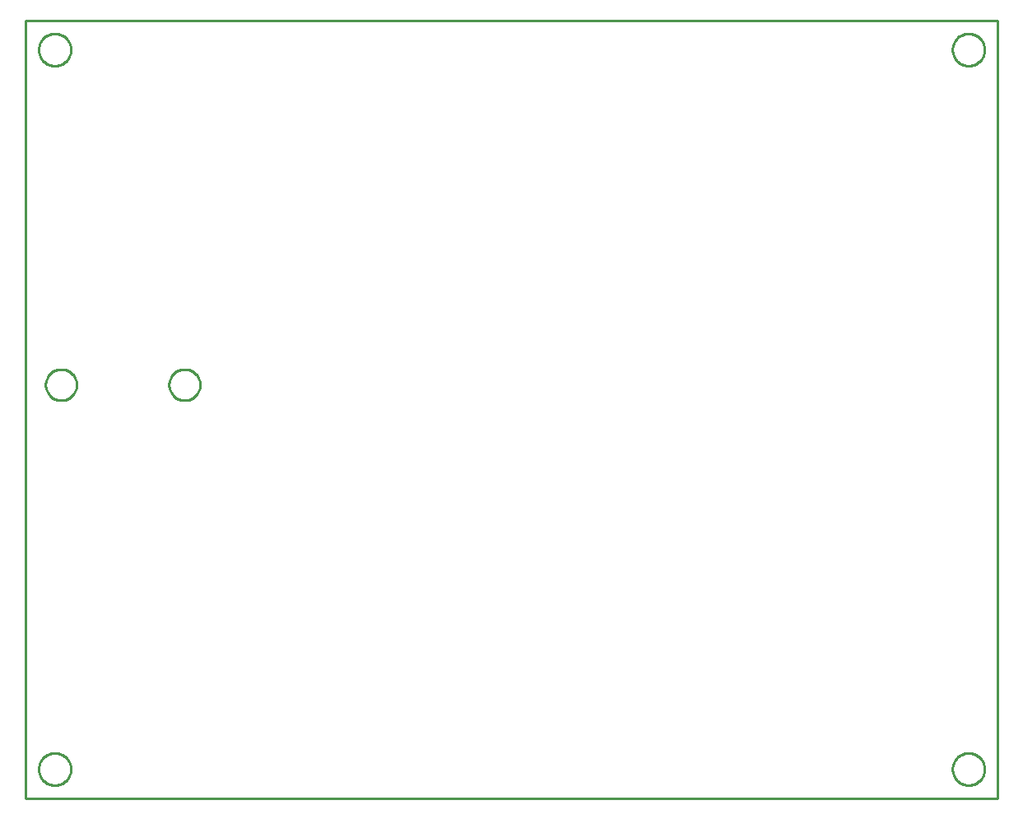
<source format=gbr>
G04 EAGLE Gerber RS-274X export*
G75*
%MOMM*%
%FSLAX34Y34*%
%LPD*%
%IN*%
%IPPOS*%
%AMOC8*
5,1,8,0,0,1.08239X$1,22.5*%
G01*
%ADD10C,0.254000*%


D10*
X0Y0D02*
X1000000Y0D01*
X1000000Y800000D01*
X0Y800000D01*
X0Y0D01*
X46510Y29460D02*
X46439Y28381D01*
X46298Y27309D01*
X46087Y26249D01*
X45808Y25205D01*
X45460Y24181D01*
X45046Y23183D01*
X44568Y22213D01*
X44028Y21277D01*
X43427Y20378D01*
X42769Y19521D01*
X42057Y18708D01*
X41292Y17944D01*
X40479Y17231D01*
X39622Y16573D01*
X38723Y15972D01*
X37787Y15432D01*
X36817Y14954D01*
X35819Y14540D01*
X34795Y14192D01*
X33751Y13913D01*
X32691Y13702D01*
X31619Y13561D01*
X30540Y13490D01*
X29460Y13490D01*
X28381Y13561D01*
X27309Y13702D01*
X26249Y13913D01*
X25205Y14192D01*
X24181Y14540D01*
X23183Y14954D01*
X22213Y15432D01*
X21277Y15972D01*
X20378Y16573D01*
X19521Y17231D01*
X18708Y17944D01*
X17944Y18708D01*
X17231Y19521D01*
X16573Y20378D01*
X15972Y21277D01*
X15432Y22213D01*
X14954Y23183D01*
X14540Y24181D01*
X14192Y25205D01*
X13913Y26249D01*
X13702Y27309D01*
X13561Y28381D01*
X13490Y29460D01*
X13490Y30540D01*
X13561Y31619D01*
X13702Y32691D01*
X13913Y33751D01*
X14192Y34795D01*
X14540Y35819D01*
X14954Y36817D01*
X15432Y37787D01*
X15972Y38723D01*
X16573Y39622D01*
X17231Y40479D01*
X17944Y41292D01*
X18708Y42057D01*
X19521Y42769D01*
X20378Y43427D01*
X21277Y44028D01*
X22213Y44568D01*
X23183Y45046D01*
X24181Y45460D01*
X25205Y45808D01*
X26249Y46087D01*
X27309Y46298D01*
X28381Y46439D01*
X29460Y46510D01*
X30540Y46510D01*
X31619Y46439D01*
X32691Y46298D01*
X33751Y46087D01*
X34795Y45808D01*
X35819Y45460D01*
X36817Y45046D01*
X37787Y44568D01*
X38723Y44028D01*
X39622Y43427D01*
X40479Y42769D01*
X41292Y42057D01*
X42057Y41292D01*
X42769Y40479D01*
X43427Y39622D01*
X44028Y38723D01*
X44568Y37787D01*
X45046Y36817D01*
X45460Y35819D01*
X45808Y34795D01*
X46087Y33751D01*
X46298Y32691D01*
X46439Y31619D01*
X46510Y30540D01*
X46510Y29460D01*
X986510Y29460D02*
X986439Y28381D01*
X986298Y27309D01*
X986087Y26249D01*
X985808Y25205D01*
X985460Y24181D01*
X985046Y23183D01*
X984568Y22213D01*
X984028Y21277D01*
X983427Y20378D01*
X982769Y19521D01*
X982057Y18708D01*
X981292Y17944D01*
X980479Y17231D01*
X979622Y16573D01*
X978723Y15972D01*
X977787Y15432D01*
X976817Y14954D01*
X975819Y14540D01*
X974795Y14192D01*
X973751Y13913D01*
X972691Y13702D01*
X971619Y13561D01*
X970540Y13490D01*
X969460Y13490D01*
X968381Y13561D01*
X967309Y13702D01*
X966249Y13913D01*
X965205Y14192D01*
X964181Y14540D01*
X963183Y14954D01*
X962213Y15432D01*
X961277Y15972D01*
X960378Y16573D01*
X959521Y17231D01*
X958708Y17944D01*
X957944Y18708D01*
X957231Y19521D01*
X956573Y20378D01*
X955972Y21277D01*
X955432Y22213D01*
X954954Y23183D01*
X954540Y24181D01*
X954192Y25205D01*
X953913Y26249D01*
X953702Y27309D01*
X953561Y28381D01*
X953490Y29460D01*
X953490Y30540D01*
X953561Y31619D01*
X953702Y32691D01*
X953913Y33751D01*
X954192Y34795D01*
X954540Y35819D01*
X954954Y36817D01*
X955432Y37787D01*
X955972Y38723D01*
X956573Y39622D01*
X957231Y40479D01*
X957944Y41292D01*
X958708Y42057D01*
X959521Y42769D01*
X960378Y43427D01*
X961277Y44028D01*
X962213Y44568D01*
X963183Y45046D01*
X964181Y45460D01*
X965205Y45808D01*
X966249Y46087D01*
X967309Y46298D01*
X968381Y46439D01*
X969460Y46510D01*
X970540Y46510D01*
X971619Y46439D01*
X972691Y46298D01*
X973751Y46087D01*
X974795Y45808D01*
X975819Y45460D01*
X976817Y45046D01*
X977787Y44568D01*
X978723Y44028D01*
X979622Y43427D01*
X980479Y42769D01*
X981292Y42057D01*
X982057Y41292D01*
X982769Y40479D01*
X983427Y39622D01*
X984028Y38723D01*
X984568Y37787D01*
X985046Y36817D01*
X985460Y35819D01*
X985808Y34795D01*
X986087Y33751D01*
X986298Y32691D01*
X986439Y31619D01*
X986510Y30540D01*
X986510Y29460D01*
X46510Y769460D02*
X46439Y768381D01*
X46298Y767309D01*
X46087Y766249D01*
X45808Y765205D01*
X45460Y764181D01*
X45046Y763183D01*
X44568Y762213D01*
X44028Y761277D01*
X43427Y760378D01*
X42769Y759521D01*
X42057Y758708D01*
X41292Y757944D01*
X40479Y757231D01*
X39622Y756573D01*
X38723Y755972D01*
X37787Y755432D01*
X36817Y754954D01*
X35819Y754540D01*
X34795Y754192D01*
X33751Y753913D01*
X32691Y753702D01*
X31619Y753561D01*
X30540Y753490D01*
X29460Y753490D01*
X28381Y753561D01*
X27309Y753702D01*
X26249Y753913D01*
X25205Y754192D01*
X24181Y754540D01*
X23183Y754954D01*
X22213Y755432D01*
X21277Y755972D01*
X20378Y756573D01*
X19521Y757231D01*
X18708Y757944D01*
X17944Y758708D01*
X17231Y759521D01*
X16573Y760378D01*
X15972Y761277D01*
X15432Y762213D01*
X14954Y763183D01*
X14540Y764181D01*
X14192Y765205D01*
X13913Y766249D01*
X13702Y767309D01*
X13561Y768381D01*
X13490Y769460D01*
X13490Y770540D01*
X13561Y771619D01*
X13702Y772691D01*
X13913Y773751D01*
X14192Y774795D01*
X14540Y775819D01*
X14954Y776817D01*
X15432Y777787D01*
X15972Y778723D01*
X16573Y779622D01*
X17231Y780479D01*
X17944Y781292D01*
X18708Y782057D01*
X19521Y782769D01*
X20378Y783427D01*
X21277Y784028D01*
X22213Y784568D01*
X23183Y785046D01*
X24181Y785460D01*
X25205Y785808D01*
X26249Y786087D01*
X27309Y786298D01*
X28381Y786439D01*
X29460Y786510D01*
X30540Y786510D01*
X31619Y786439D01*
X32691Y786298D01*
X33751Y786087D01*
X34795Y785808D01*
X35819Y785460D01*
X36817Y785046D01*
X37787Y784568D01*
X38723Y784028D01*
X39622Y783427D01*
X40479Y782769D01*
X41292Y782057D01*
X42057Y781292D01*
X42769Y780479D01*
X43427Y779622D01*
X44028Y778723D01*
X44568Y777787D01*
X45046Y776817D01*
X45460Y775819D01*
X45808Y774795D01*
X46087Y773751D01*
X46298Y772691D01*
X46439Y771619D01*
X46510Y770540D01*
X46510Y769460D01*
X986510Y769460D02*
X986439Y768381D01*
X986298Y767309D01*
X986087Y766249D01*
X985808Y765205D01*
X985460Y764181D01*
X985046Y763183D01*
X984568Y762213D01*
X984028Y761277D01*
X983427Y760378D01*
X982769Y759521D01*
X982057Y758708D01*
X981292Y757944D01*
X980479Y757231D01*
X979622Y756573D01*
X978723Y755972D01*
X977787Y755432D01*
X976817Y754954D01*
X975819Y754540D01*
X974795Y754192D01*
X973751Y753913D01*
X972691Y753702D01*
X971619Y753561D01*
X970540Y753490D01*
X969460Y753490D01*
X968381Y753561D01*
X967309Y753702D01*
X966249Y753913D01*
X965205Y754192D01*
X964181Y754540D01*
X963183Y754954D01*
X962213Y755432D01*
X961277Y755972D01*
X960378Y756573D01*
X959521Y757231D01*
X958708Y757944D01*
X957944Y758708D01*
X957231Y759521D01*
X956573Y760378D01*
X955972Y761277D01*
X955432Y762213D01*
X954954Y763183D01*
X954540Y764181D01*
X954192Y765205D01*
X953913Y766249D01*
X953702Y767309D01*
X953561Y768381D01*
X953490Y769460D01*
X953490Y770540D01*
X953561Y771619D01*
X953702Y772691D01*
X953913Y773751D01*
X954192Y774795D01*
X954540Y775819D01*
X954954Y776817D01*
X955432Y777787D01*
X955972Y778723D01*
X956573Y779622D01*
X957231Y780479D01*
X957944Y781292D01*
X958708Y782057D01*
X959521Y782769D01*
X960378Y783427D01*
X961277Y784028D01*
X962213Y784568D01*
X963183Y785046D01*
X964181Y785460D01*
X965205Y785808D01*
X966249Y786087D01*
X967309Y786298D01*
X968381Y786439D01*
X969460Y786510D01*
X970540Y786510D01*
X971619Y786439D01*
X972691Y786298D01*
X973751Y786087D01*
X974795Y785808D01*
X975819Y785460D01*
X976817Y785046D01*
X977787Y784568D01*
X978723Y784028D01*
X979622Y783427D01*
X980479Y782769D01*
X981292Y782057D01*
X982057Y781292D01*
X982769Y780479D01*
X983427Y779622D01*
X984028Y778723D01*
X984568Y777787D01*
X985046Y776817D01*
X985460Y775819D01*
X985808Y774795D01*
X986087Y773751D01*
X986298Y772691D01*
X986439Y771619D01*
X986510Y770540D01*
X986510Y769460D01*
X147500Y425824D02*
X147569Y426869D01*
X147705Y427908D01*
X147910Y428935D01*
X148181Y429947D01*
X148517Y430939D01*
X148918Y431907D01*
X149382Y432846D01*
X149906Y433754D01*
X150488Y434625D01*
X151125Y435456D01*
X151816Y436243D01*
X152557Y436984D01*
X153344Y437675D01*
X154175Y438313D01*
X155046Y438895D01*
X155954Y439418D01*
X156893Y439882D01*
X157861Y440283D01*
X158853Y440619D01*
X159865Y440890D01*
X160892Y441095D01*
X161931Y441232D01*
X162976Y441300D01*
X164024Y441300D01*
X165069Y441232D01*
X166108Y441095D01*
X167135Y440890D01*
X168147Y440619D01*
X169139Y440283D01*
X170107Y439882D01*
X171046Y439418D01*
X171954Y438895D01*
X172825Y438313D01*
X173656Y437675D01*
X174443Y436984D01*
X175184Y436243D01*
X175875Y435456D01*
X176513Y434625D01*
X177095Y433754D01*
X177618Y432846D01*
X178082Y431907D01*
X178483Y430939D01*
X178819Y429947D01*
X179090Y428935D01*
X179295Y427908D01*
X179432Y426869D01*
X179500Y425824D01*
X179500Y424776D01*
X179432Y423731D01*
X179295Y422692D01*
X179090Y421665D01*
X178819Y420653D01*
X178483Y419661D01*
X178082Y418693D01*
X177618Y417754D01*
X177095Y416846D01*
X176513Y415975D01*
X175875Y415144D01*
X175184Y414357D01*
X174443Y413616D01*
X173656Y412925D01*
X172825Y412288D01*
X171954Y411706D01*
X171046Y411182D01*
X170107Y410718D01*
X169139Y410317D01*
X168147Y409981D01*
X167135Y409710D01*
X166108Y409505D01*
X165069Y409369D01*
X164024Y409300D01*
X162976Y409300D01*
X161931Y409369D01*
X160892Y409505D01*
X159865Y409710D01*
X158853Y409981D01*
X157861Y410317D01*
X156893Y410718D01*
X155954Y411182D01*
X155046Y411706D01*
X154175Y412288D01*
X153344Y412925D01*
X152557Y413616D01*
X151816Y414357D01*
X151125Y415144D01*
X150488Y415975D01*
X149906Y416846D01*
X149382Y417754D01*
X148918Y418693D01*
X148517Y419661D01*
X148181Y420653D01*
X147910Y421665D01*
X147705Y422692D01*
X147569Y423731D01*
X147500Y424776D01*
X147500Y425824D01*
X20500Y425824D02*
X20569Y426869D01*
X20705Y427908D01*
X20910Y428935D01*
X21181Y429947D01*
X21517Y430939D01*
X21918Y431907D01*
X22382Y432846D01*
X22906Y433754D01*
X23488Y434625D01*
X24125Y435456D01*
X24816Y436243D01*
X25557Y436984D01*
X26344Y437675D01*
X27175Y438313D01*
X28046Y438895D01*
X28954Y439418D01*
X29893Y439882D01*
X30861Y440283D01*
X31853Y440619D01*
X32865Y440890D01*
X33892Y441095D01*
X34931Y441232D01*
X35976Y441300D01*
X37024Y441300D01*
X38069Y441232D01*
X39108Y441095D01*
X40135Y440890D01*
X41147Y440619D01*
X42139Y440283D01*
X43107Y439882D01*
X44046Y439418D01*
X44954Y438895D01*
X45825Y438313D01*
X46656Y437675D01*
X47443Y436984D01*
X48184Y436243D01*
X48875Y435456D01*
X49513Y434625D01*
X50095Y433754D01*
X50618Y432846D01*
X51082Y431907D01*
X51483Y430939D01*
X51819Y429947D01*
X52090Y428935D01*
X52295Y427908D01*
X52432Y426869D01*
X52500Y425824D01*
X52500Y424776D01*
X52432Y423731D01*
X52295Y422692D01*
X52090Y421665D01*
X51819Y420653D01*
X51483Y419661D01*
X51082Y418693D01*
X50618Y417754D01*
X50095Y416846D01*
X49513Y415975D01*
X48875Y415144D01*
X48184Y414357D01*
X47443Y413616D01*
X46656Y412925D01*
X45825Y412288D01*
X44954Y411706D01*
X44046Y411182D01*
X43107Y410718D01*
X42139Y410317D01*
X41147Y409981D01*
X40135Y409710D01*
X39108Y409505D01*
X38069Y409369D01*
X37024Y409300D01*
X35976Y409300D01*
X34931Y409369D01*
X33892Y409505D01*
X32865Y409710D01*
X31853Y409981D01*
X30861Y410317D01*
X29893Y410718D01*
X28954Y411182D01*
X28046Y411706D01*
X27175Y412288D01*
X26344Y412925D01*
X25557Y413616D01*
X24816Y414357D01*
X24125Y415144D01*
X23488Y415975D01*
X22906Y416846D01*
X22382Y417754D01*
X21918Y418693D01*
X21517Y419661D01*
X21181Y420653D01*
X20910Y421665D01*
X20705Y422692D01*
X20569Y423731D01*
X20500Y424776D01*
X20500Y425824D01*
M02*

</source>
